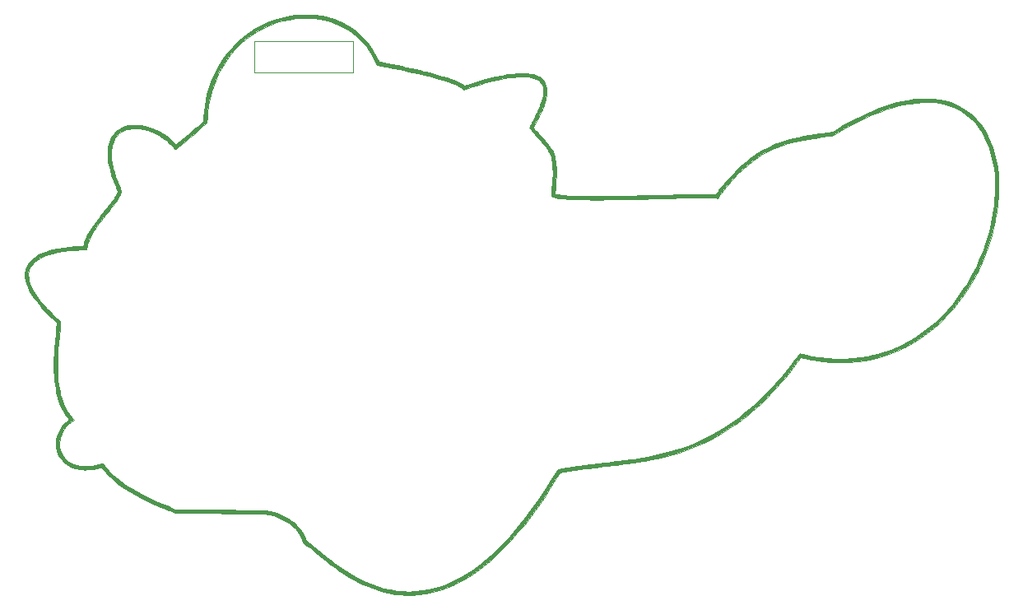
<source format=gbr>
G04 #@! TF.FileFunction,Profile,NP*
%FSLAX46Y46*%
G04 Gerber Fmt 4.6, Leading zero omitted, Abs format (unit mm)*
G04 Created by KiCad (PCBNEW (2015-04-17 BZR 5609)-product) date Friday, 04 September 2015 01:49:06 pm*
%MOMM*%
G01*
G04 APERTURE LIST*
%ADD10C,0.100000*%
G04 APERTURE END LIST*
D10*
X141427200Y-81838800D02*
X131216400Y-81838800D01*
X141427200Y-78638400D02*
X131216400Y-78638400D01*
X141427200Y-81838800D02*
X141427200Y-78638400D01*
X131216400Y-78638400D02*
X131216400Y-81838800D01*
G36*
X207797553Y-93763204D02*
X207771070Y-94537362D01*
X207707832Y-95324685D01*
X207607824Y-96122714D01*
X207471030Y-96928992D01*
X207440671Y-97071008D01*
X207440671Y-93323713D01*
X207435065Y-92978346D01*
X207422174Y-92664615D01*
X207404359Y-92419619D01*
X207316439Y-91668503D01*
X207194633Y-90955227D01*
X207038896Y-90279675D01*
X206849182Y-89641731D01*
X206625444Y-89041278D01*
X206367636Y-88478200D01*
X206075712Y-87952381D01*
X205749626Y-87463704D01*
X205389332Y-87012053D01*
X205163369Y-86765667D01*
X204757618Y-86380858D01*
X204325086Y-86039099D01*
X203866166Y-85740457D01*
X203381253Y-85485003D01*
X202870740Y-85272805D01*
X202335022Y-85103933D01*
X201774494Y-84978456D01*
X201189548Y-84896443D01*
X200580580Y-84857962D01*
X199947983Y-84863084D01*
X199292152Y-84911876D01*
X198613480Y-85004409D01*
X197912362Y-85140751D01*
X197189192Y-85320971D01*
X197086636Y-85349587D01*
X196355777Y-85575186D01*
X195602502Y-85845050D01*
X194828239Y-86158531D01*
X194034416Y-86514979D01*
X193222461Y-86913747D01*
X192393802Y-87354185D01*
X191549868Y-87835644D01*
X191343731Y-87958111D01*
X190860535Y-88247380D01*
X190517405Y-88300853D01*
X190403055Y-88318312D01*
X190248270Y-88341413D01*
X190062969Y-88368703D01*
X189857071Y-88398731D01*
X189640496Y-88430046D01*
X189423162Y-88461196D01*
X189373373Y-88468289D01*
X188789569Y-88554491D01*
X188251780Y-88640809D01*
X187755182Y-88728532D01*
X187294952Y-88818953D01*
X186866269Y-88913361D01*
X186464308Y-89013047D01*
X186084248Y-89119303D01*
X185721265Y-89233419D01*
X185370537Y-89356686D01*
X185027240Y-89490394D01*
X184686552Y-89635834D01*
X184343650Y-89794297D01*
X184250150Y-89839439D01*
X183669213Y-90143405D01*
X183107980Y-90480678D01*
X182561758Y-90854691D01*
X182025853Y-91268875D01*
X181495572Y-91726663D01*
X180966220Y-92231487D01*
X180932132Y-92265609D01*
X180336055Y-92895192D01*
X179767541Y-93558359D01*
X179236557Y-94243312D01*
X179088789Y-94447464D01*
X178885385Y-94733082D01*
X178631131Y-94714138D01*
X178534589Y-94709258D01*
X178392428Y-94705331D01*
X178209870Y-94702335D01*
X177992138Y-94700246D01*
X177744454Y-94699042D01*
X177472040Y-94698701D01*
X177180120Y-94699200D01*
X176873914Y-94700517D01*
X176558647Y-94702629D01*
X176239540Y-94705513D01*
X175921815Y-94709148D01*
X175610695Y-94713510D01*
X175311403Y-94718577D01*
X175029161Y-94724327D01*
X174769190Y-94730736D01*
X174766466Y-94730811D01*
X174486038Y-94738431D01*
X174174199Y-94746841D01*
X173845587Y-94755649D01*
X173514836Y-94764466D01*
X173196581Y-94772900D01*
X172905457Y-94780562D01*
X172745145Y-94784749D01*
X172472186Y-94791873D01*
X172167714Y-94799859D01*
X171846962Y-94808302D01*
X171525161Y-94816802D01*
X171217543Y-94824957D01*
X170939340Y-94832364D01*
X170838238Y-94835067D01*
X169924653Y-94857905D01*
X169061330Y-94876139D01*
X168247890Y-94889760D01*
X167483954Y-94898758D01*
X166769140Y-94903124D01*
X166103068Y-94902849D01*
X165485360Y-94897922D01*
X164915634Y-94888334D01*
X164393511Y-94874076D01*
X163918611Y-94855137D01*
X163490554Y-94831510D01*
X163108959Y-94803183D01*
X162773447Y-94770147D01*
X162483638Y-94732394D01*
X162239151Y-94689912D01*
X162039607Y-94642693D01*
X161939339Y-94611401D01*
X161799499Y-94562440D01*
X161802378Y-94399989D01*
X161805543Y-94321706D01*
X161812556Y-94204437D01*
X161822611Y-94059832D01*
X161834905Y-93899544D01*
X161846963Y-93754454D01*
X161887110Y-93248031D01*
X161915751Y-92787559D01*
X161932612Y-92369392D01*
X161937418Y-91989885D01*
X161929896Y-91645395D01*
X161909772Y-91332275D01*
X161876772Y-91046882D01*
X161830622Y-90785570D01*
X161771048Y-90544695D01*
X161697776Y-90320613D01*
X161610533Y-90109678D01*
X161566062Y-90016916D01*
X161502802Y-89895873D01*
X161434893Y-89778138D01*
X161358662Y-89658947D01*
X161270434Y-89533536D01*
X161166533Y-89397141D01*
X161043287Y-89244998D01*
X160897019Y-89072344D01*
X160724057Y-88874415D01*
X160520724Y-88646446D01*
X160438851Y-88555517D01*
X160216472Y-88308564D01*
X160027397Y-88097551D01*
X159870405Y-87921080D01*
X159744278Y-87777754D01*
X159647796Y-87666176D01*
X159579740Y-87584949D01*
X159538890Y-87532675D01*
X159524028Y-87507958D01*
X159523924Y-87507019D01*
X159535075Y-87480279D01*
X159566755Y-87413648D01*
X159616301Y-87312490D01*
X159681051Y-87182171D01*
X159758343Y-87028055D01*
X159845516Y-86855505D01*
X159918247Y-86712376D01*
X160076679Y-86399143D01*
X160213035Y-86124351D01*
X160330011Y-85882034D01*
X160430305Y-85666225D01*
X160516612Y-85470956D01*
X160591628Y-85290260D01*
X160658051Y-85118171D01*
X160718576Y-84948720D01*
X160729106Y-84917879D01*
X160843865Y-84540866D01*
X160920892Y-84196738D01*
X160960114Y-83884212D01*
X160961458Y-83602003D01*
X160924850Y-83348826D01*
X160850216Y-83123396D01*
X160737484Y-82924429D01*
X160606331Y-82769834D01*
X160431292Y-82622597D01*
X160227062Y-82501129D01*
X159990645Y-82404581D01*
X159719047Y-82332103D01*
X159409271Y-82282845D01*
X159058323Y-82255957D01*
X158773874Y-82249967D01*
X158343943Y-82261839D01*
X157882283Y-82298606D01*
X157387584Y-82360543D01*
X156858536Y-82447924D01*
X156293827Y-82561022D01*
X155692148Y-82700113D01*
X155052188Y-82865470D01*
X154372637Y-83057367D01*
X153652185Y-83276079D01*
X153234472Y-83409048D01*
X152729305Y-83572348D01*
X152602936Y-83443969D01*
X152486903Y-83347571D01*
X152322766Y-83244421D01*
X152112689Y-83135450D01*
X151858835Y-83021591D01*
X151563367Y-82903777D01*
X151228450Y-82782939D01*
X150856245Y-82660010D01*
X150599600Y-82580709D01*
X150175916Y-82457452D01*
X149706622Y-82329073D01*
X149196575Y-82196679D01*
X148650633Y-82061372D01*
X148073654Y-81924257D01*
X147470495Y-81786438D01*
X146846015Y-81649020D01*
X146205072Y-81513107D01*
X145552522Y-81379802D01*
X144893225Y-81250211D01*
X144232037Y-81125437D01*
X144052553Y-81092485D01*
X143823724Y-81050730D01*
X143725132Y-80817407D01*
X143584892Y-80512371D01*
X143415202Y-80187447D01*
X143224467Y-79856698D01*
X143021095Y-79534185D01*
X142813492Y-79233973D01*
X142650902Y-79020420D01*
X142572376Y-78926636D01*
X142468547Y-78808828D01*
X142350148Y-78678850D01*
X142227909Y-78548557D01*
X142159216Y-78477245D01*
X141714306Y-78056205D01*
X141241450Y-77677639D01*
X140740640Y-77341541D01*
X140211868Y-77047909D01*
X139655127Y-76796738D01*
X139070408Y-76588025D01*
X138457703Y-76421766D01*
X137817006Y-76297957D01*
X137530029Y-76257407D01*
X137334132Y-76238248D01*
X137099670Y-76224331D01*
X136838658Y-76215647D01*
X136563110Y-76212189D01*
X136285040Y-76213950D01*
X136016462Y-76220923D01*
X135769391Y-76233100D01*
X135555842Y-76250473D01*
X135484184Y-76258663D01*
X134805771Y-76364108D01*
X134157471Y-76506104D01*
X133531847Y-76686910D01*
X132921464Y-76908786D01*
X132318888Y-77173989D01*
X132075289Y-77294280D01*
X131492729Y-77615024D01*
X130938833Y-77970314D01*
X130408813Y-78363783D01*
X129897882Y-78799064D01*
X129401253Y-79279791D01*
X129248207Y-79439939D01*
X128789662Y-79965262D01*
X128367475Y-80524697D01*
X127982672Y-81115788D01*
X127636280Y-81736077D01*
X127329323Y-82383106D01*
X127062826Y-83054418D01*
X126837817Y-83747555D01*
X126655319Y-84460061D01*
X126516360Y-85189478D01*
X126421964Y-85933347D01*
X126393810Y-86279379D01*
X126383400Y-86432097D01*
X126373033Y-86579999D01*
X126363661Y-86709791D01*
X126356236Y-86808176D01*
X126353763Y-86838904D01*
X126341022Y-86991622D01*
X126145336Y-87166741D01*
X125945319Y-87344614D01*
X125731401Y-87532812D01*
X125506867Y-87728583D01*
X125275004Y-87929178D01*
X125039097Y-88131845D01*
X124802432Y-88333835D01*
X124568294Y-88532396D01*
X124339969Y-88724779D01*
X124120742Y-88908233D01*
X123913900Y-89080007D01*
X123722728Y-89237351D01*
X123550511Y-89377514D01*
X123400535Y-89497747D01*
X123276086Y-89595297D01*
X123180450Y-89667415D01*
X123116911Y-89711351D01*
X123089897Y-89724524D01*
X123063205Y-89705420D01*
X123027039Y-89659394D01*
X123026517Y-89658600D01*
X122984089Y-89604308D01*
X122911857Y-89522899D01*
X122817253Y-89421886D01*
X122707708Y-89308783D01*
X122590654Y-89191103D01*
X122473522Y-89076361D01*
X122363745Y-88972069D01*
X122268754Y-88885741D01*
X122224825Y-88848076D01*
X121858124Y-88567535D01*
X121473771Y-88318784D01*
X121076294Y-88103133D01*
X120670224Y-87921891D01*
X120260088Y-87776369D01*
X119850418Y-87667878D01*
X119445741Y-87597728D01*
X119050587Y-87567229D01*
X118669486Y-87577692D01*
X118306966Y-87630427D01*
X118148957Y-87668891D01*
X117827869Y-87782259D01*
X117538339Y-87935122D01*
X117281764Y-88126031D01*
X117059541Y-88353537D01*
X116873069Y-88616194D01*
X116723745Y-88912553D01*
X116612967Y-89241166D01*
X116606303Y-89266866D01*
X116557713Y-89488604D01*
X116526095Y-89710828D01*
X116510186Y-89947838D01*
X116508723Y-90213935D01*
X116512004Y-90334734D01*
X116541083Y-90747878D01*
X116600468Y-91172679D01*
X116691224Y-91613167D01*
X116814414Y-92073373D01*
X116971103Y-92557327D01*
X117162355Y-93069059D01*
X117359356Y-93543859D01*
X117427579Y-93705283D01*
X117475355Y-93830986D01*
X117504236Y-93931093D01*
X117515773Y-94015729D01*
X117511520Y-94095020D01*
X117493029Y-94179089D01*
X117468756Y-94257408D01*
X117428068Y-94365751D01*
X117373806Y-94484017D01*
X117304012Y-94615054D01*
X117216725Y-94761710D01*
X117109986Y-94926834D01*
X116981837Y-95113273D01*
X116830317Y-95323877D01*
X116653467Y-95561493D01*
X116449328Y-95828970D01*
X116215940Y-96129157D01*
X115951344Y-96464901D01*
X115942702Y-96475806D01*
X115687388Y-96799567D01*
X115462136Y-97088983D01*
X115263956Y-97348352D01*
X115089856Y-97581974D01*
X114936847Y-97794148D01*
X114801938Y-97989171D01*
X114682139Y-98171344D01*
X114574459Y-98344964D01*
X114475907Y-98514331D01*
X114383494Y-98683743D01*
X114316061Y-98814114D01*
X114200612Y-99055170D01*
X114114106Y-99267956D01*
X114053044Y-99463365D01*
X114013932Y-99652287D01*
X113995612Y-99812240D01*
X113980041Y-100014158D01*
X113468649Y-100031630D01*
X112795240Y-100066126D01*
X112160810Y-100122137D01*
X111566353Y-100199433D01*
X111012863Y-100297782D01*
X110501335Y-100416955D01*
X110032764Y-100556722D01*
X109608143Y-100716852D01*
X109228467Y-100897115D01*
X108909331Y-101087457D01*
X108699068Y-101245555D01*
X108505955Y-101424584D01*
X108339306Y-101614557D01*
X108208434Y-101805485D01*
X108165645Y-101885049D01*
X108079640Y-102080665D01*
X108024351Y-102260482D01*
X107994947Y-102445064D01*
X107986587Y-102647054D01*
X108006477Y-102946036D01*
X108066822Y-103254198D01*
X108168635Y-103574229D01*
X108312927Y-103908818D01*
X108500712Y-104260652D01*
X108733001Y-104632419D01*
X108735745Y-104636536D01*
X108903759Y-104880632D01*
X109079958Y-105120422D01*
X109267968Y-105359902D01*
X109471417Y-105603071D01*
X109693933Y-105853926D01*
X109939142Y-106116464D01*
X110210671Y-106394683D01*
X110512148Y-106692579D01*
X110847201Y-107014151D01*
X111159346Y-107307450D01*
X111297083Y-107435822D01*
X111219129Y-108146489D01*
X111141440Y-108895256D01*
X111077912Y-109597972D01*
X111028564Y-110257431D01*
X110993417Y-110876429D01*
X110972491Y-111457760D01*
X110965806Y-112004219D01*
X110973383Y-112518600D01*
X110995242Y-113003698D01*
X111031403Y-113462308D01*
X111081887Y-113897224D01*
X111146714Y-114311241D01*
X111225904Y-114707154D01*
X111268170Y-114888096D01*
X111407512Y-115386335D01*
X111573486Y-115845812D01*
X111769355Y-116272928D01*
X111998378Y-116674081D01*
X112263820Y-117055673D01*
X112549632Y-117402453D01*
X112664581Y-117531933D01*
X112460769Y-117689916D01*
X112144888Y-117962829D01*
X111869290Y-118259703D01*
X111636186Y-118577422D01*
X111447789Y-118912868D01*
X111306313Y-119262923D01*
X111276933Y-119357857D01*
X111231213Y-119563838D01*
X111202379Y-119797310D01*
X111191702Y-120037587D01*
X111200454Y-120263983D01*
X111214274Y-120376730D01*
X111291256Y-120702618D01*
X111412035Y-121004624D01*
X111574549Y-121280833D01*
X111776737Y-121529331D01*
X112016537Y-121748207D01*
X112291886Y-121935545D01*
X112600721Y-122089434D01*
X112940982Y-122207959D01*
X113267703Y-122282002D01*
X113419085Y-122300979D01*
X113606583Y-122313063D01*
X113815929Y-122318246D01*
X114032856Y-122316517D01*
X114243096Y-122307868D01*
X114432382Y-122292289D01*
X114508393Y-122282806D01*
X114656453Y-122260848D01*
X114782417Y-122239488D01*
X114900473Y-122215605D01*
X115024808Y-122186075D01*
X115169609Y-122147777D01*
X115345655Y-122098555D01*
X115497001Y-122057883D01*
X115604773Y-122033986D01*
X115667458Y-122027157D01*
X115683912Y-122033216D01*
X115701186Y-122064931D01*
X115740539Y-122128659D01*
X115795602Y-122214271D01*
X115842807Y-122285892D01*
X116063528Y-122583535D01*
X116333126Y-122887424D01*
X116650159Y-123196494D01*
X117013182Y-123509677D01*
X117420751Y-123825905D01*
X117871422Y-124144113D01*
X118363751Y-124463233D01*
X118896295Y-124782197D01*
X119467609Y-125099940D01*
X120076249Y-125415393D01*
X120081402Y-125417974D01*
X120474041Y-125609708D01*
X120899517Y-125808834D01*
X121343058Y-126008829D01*
X121789892Y-126203169D01*
X122225246Y-126385333D01*
X122634348Y-126548797D01*
X122699544Y-126573996D01*
X123133935Y-126740996D01*
X123957008Y-126756042D01*
X124087439Y-126758237D01*
X124264645Y-126760923D01*
X124484552Y-126764049D01*
X124743088Y-126767565D01*
X125036178Y-126771418D01*
X125359749Y-126775559D01*
X125709728Y-126779936D01*
X126082042Y-126784499D01*
X126472618Y-126789195D01*
X126877381Y-126793974D01*
X127292259Y-126798786D01*
X127713179Y-126803578D01*
X128072673Y-126807599D01*
X128622737Y-126813711D01*
X129124398Y-126819338D01*
X129580099Y-126824547D01*
X129992285Y-126829407D01*
X130363400Y-126833986D01*
X130695889Y-126838350D01*
X130992195Y-126842567D01*
X131254763Y-126846705D01*
X131486036Y-126850833D01*
X131688460Y-126855016D01*
X131864479Y-126859324D01*
X132016536Y-126863823D01*
X132147076Y-126868581D01*
X132258544Y-126873667D01*
X132353383Y-126879147D01*
X132434037Y-126885090D01*
X132502951Y-126891563D01*
X132562570Y-126898633D01*
X132615336Y-126906368D01*
X132663696Y-126914837D01*
X132710092Y-126924106D01*
X132756969Y-126934244D01*
X132772538Y-126937697D01*
X133269169Y-127067012D01*
X133745095Y-127228530D01*
X134196171Y-127419985D01*
X134618255Y-127639113D01*
X135007204Y-127883648D01*
X135358876Y-128151326D01*
X135669126Y-128439880D01*
X135816762Y-128602156D01*
X136010899Y-128847843D01*
X136185662Y-129105811D01*
X136335142Y-129365845D01*
X136453426Y-129617730D01*
X136529904Y-129834499D01*
X136562541Y-129931697D01*
X136597625Y-129993142D01*
X136643992Y-130033530D01*
X136652776Y-130038861D01*
X136707570Y-130072736D01*
X136772663Y-130116877D01*
X136851293Y-130173842D01*
X136946699Y-130246189D01*
X137062119Y-130336475D01*
X137200792Y-130447257D01*
X137365955Y-130581093D01*
X137560846Y-130740541D01*
X137788705Y-130928157D01*
X138001301Y-131103890D01*
X138287741Y-131340150D01*
X138541980Y-131547945D01*
X138770215Y-131732152D01*
X138978639Y-131897646D01*
X139173449Y-132049304D01*
X139360840Y-132192001D01*
X139547006Y-132330614D01*
X139723992Y-132459786D01*
X140430660Y-132949508D01*
X141129223Y-133389820D01*
X141821028Y-133781276D01*
X142507423Y-134124430D01*
X143189756Y-134419836D01*
X143869373Y-134668048D01*
X144547622Y-134869622D01*
X145225850Y-135025111D01*
X145905405Y-135135069D01*
X146340841Y-135181736D01*
X146522714Y-135193521D01*
X146740884Y-135201508D01*
X146980937Y-135205676D01*
X147228460Y-135206006D01*
X147469039Y-135202478D01*
X147688261Y-135195074D01*
X147871338Y-135183803D01*
X148541339Y-135107566D01*
X149203302Y-134989429D01*
X149858865Y-134828617D01*
X150509666Y-134624359D01*
X151157343Y-134375882D01*
X151803534Y-134082411D01*
X152449877Y-133743175D01*
X153098011Y-133357400D01*
X153749574Y-132924314D01*
X154406204Y-132443142D01*
X155069540Y-131913113D01*
X155405005Y-131628870D01*
X155535877Y-131512449D01*
X155695560Y-131364755D01*
X155878147Y-131191673D01*
X156077730Y-130999084D01*
X156288402Y-130792871D01*
X156504256Y-130578917D01*
X156719385Y-130363104D01*
X156927882Y-130151315D01*
X157123839Y-129949433D01*
X157301349Y-129763340D01*
X157454506Y-129598919D01*
X157552916Y-129489889D01*
X158283233Y-128636934D01*
X159007323Y-127735083D01*
X159723955Y-126786046D01*
X160431903Y-125791529D01*
X161129939Y-124753244D01*
X161816834Y-123672897D01*
X162271944Y-122923476D01*
X162337184Y-122818067D01*
X162396467Y-122729572D01*
X162443526Y-122666865D01*
X162472095Y-122638822D01*
X162473252Y-122638382D01*
X162523493Y-122626641D01*
X162616325Y-122608173D01*
X162744131Y-122584298D01*
X162899293Y-122556337D01*
X163074192Y-122525609D01*
X163261211Y-122493433D01*
X163452730Y-122461130D01*
X163641132Y-122430018D01*
X163818799Y-122401418D01*
X163978112Y-122376649D01*
X164024224Y-122369711D01*
X164206301Y-122342716D01*
X164375502Y-122317985D01*
X164536907Y-122294874D01*
X164695595Y-122272740D01*
X164856645Y-122250941D01*
X165025137Y-122228834D01*
X165206151Y-122205776D01*
X165404766Y-122181125D01*
X165626060Y-122154237D01*
X165875115Y-122124471D01*
X166157009Y-122091182D01*
X166476821Y-122053729D01*
X166839632Y-122011469D01*
X167031179Y-121989214D01*
X167546337Y-121929127D01*
X168015064Y-121873829D01*
X168441500Y-121822746D01*
X168829781Y-121775303D01*
X169184045Y-121730927D01*
X169508431Y-121689043D01*
X169807074Y-121649077D01*
X170084114Y-121610454D01*
X170343687Y-121572600D01*
X170589931Y-121534941D01*
X170826985Y-121496902D01*
X171058984Y-121457910D01*
X171290068Y-121417390D01*
X171524373Y-121374767D01*
X171715415Y-121339053D01*
X172733521Y-121128419D01*
X173712570Y-120888011D01*
X174655655Y-120616508D01*
X175565864Y-120312588D01*
X176446286Y-119974931D01*
X177300013Y-119602217D01*
X178130133Y-119193125D01*
X178939737Y-118746333D01*
X179731913Y-118260521D01*
X180509752Y-117734369D01*
X181021121Y-117361101D01*
X181806298Y-116743798D01*
X182583589Y-116078309D01*
X183350735Y-115366986D01*
X184105478Y-114612182D01*
X184845556Y-113816249D01*
X185568713Y-112981539D01*
X186272688Y-112110405D01*
X186955222Y-111205200D01*
X187024237Y-111110091D01*
X187113636Y-110988975D01*
X187194940Y-110883552D01*
X187262845Y-110800326D01*
X187312047Y-110745802D01*
X187337063Y-110726482D01*
X187373442Y-110731942D01*
X187449558Y-110747347D01*
X187555741Y-110770611D01*
X187682321Y-110799650D01*
X187743870Y-110814168D01*
X188582461Y-110991297D01*
X189425393Y-111125331D01*
X190268520Y-111216170D01*
X191107694Y-111263715D01*
X191938767Y-111267865D01*
X192757594Y-111228522D01*
X193560026Y-111145586D01*
X194341915Y-111018956D01*
X194547447Y-110977581D01*
X195367540Y-110779705D01*
X196170869Y-110534183D01*
X196956537Y-110241682D01*
X197723649Y-109902867D01*
X198471309Y-109518406D01*
X199198620Y-109088963D01*
X199904686Y-108615204D01*
X200588612Y-108097797D01*
X201249500Y-107537407D01*
X201886455Y-106934700D01*
X202498581Y-106290342D01*
X203084982Y-105605000D01*
X203644761Y-104879339D01*
X204177022Y-104114025D01*
X204532209Y-103555955D01*
X205013318Y-102725472D01*
X205455700Y-101866911D01*
X205857865Y-100984550D01*
X206218324Y-100082670D01*
X206535586Y-99165548D01*
X206808162Y-98237465D01*
X207034563Y-97302698D01*
X207213297Y-96365527D01*
X207333898Y-95508808D01*
X207367285Y-95180426D01*
X207394736Y-94824592D01*
X207416024Y-94451157D01*
X207430926Y-94069967D01*
X207439216Y-93690869D01*
X207440671Y-93323713D01*
X207440671Y-97071008D01*
X207297434Y-97741059D01*
X207087021Y-98556458D01*
X206839774Y-99372730D01*
X206760022Y-99612681D01*
X206427286Y-100524356D01*
X206055891Y-101412608D01*
X205647191Y-102275612D01*
X205202542Y-103111545D01*
X204723299Y-103918583D01*
X204210817Y-104694902D01*
X203666450Y-105438679D01*
X203091554Y-106148089D01*
X202487484Y-106821310D01*
X201855595Y-107456516D01*
X201197242Y-108051885D01*
X200513780Y-108605592D01*
X199806563Y-109115814D01*
X199594394Y-109257234D01*
X198857355Y-109709855D01*
X198102887Y-110114792D01*
X197331537Y-110471931D01*
X196543850Y-110781157D01*
X195740371Y-111042355D01*
X194921646Y-111255409D01*
X194088221Y-111420205D01*
X193240642Y-111536628D01*
X192379453Y-111604562D01*
X191505201Y-111623894D01*
X190618431Y-111594507D01*
X189719689Y-111516286D01*
X189195395Y-111448821D01*
X189055702Y-111427377D01*
X188887709Y-111399407D01*
X188700012Y-111366549D01*
X188501206Y-111330441D01*
X188299888Y-111292719D01*
X188104653Y-111255024D01*
X187924098Y-111218991D01*
X187766819Y-111186260D01*
X187641411Y-111158468D01*
X187556470Y-111137253D01*
X187549056Y-111135124D01*
X187466381Y-111110832D01*
X187064376Y-111649360D01*
X186625736Y-112227142D01*
X186199310Y-112767915D01*
X185776851Y-113281219D01*
X185350110Y-113776595D01*
X184910837Y-114263587D01*
X184450784Y-114751735D01*
X183961703Y-115250580D01*
X183884040Y-115328203D01*
X183377850Y-115822820D01*
X182888875Y-116279445D01*
X182409549Y-116704489D01*
X181932306Y-117104364D01*
X181449579Y-117485480D01*
X180953802Y-117854250D01*
X180639740Y-118077270D01*
X179871526Y-118590830D01*
X179092506Y-119065637D01*
X178299245Y-119503060D01*
X177488305Y-119904468D01*
X176656249Y-120271229D01*
X175799639Y-120604711D01*
X174915039Y-120906283D01*
X173999012Y-121177313D01*
X173048120Y-121419170D01*
X172058927Y-121633222D01*
X171395713Y-121757752D01*
X171125884Y-121804612D01*
X170854470Y-121849739D01*
X170576862Y-121893756D01*
X170288452Y-121937287D01*
X169984632Y-121980956D01*
X169660791Y-122025385D01*
X169312323Y-122071199D01*
X168934618Y-122119020D01*
X168523067Y-122169472D01*
X168073061Y-122223179D01*
X167579993Y-122280764D01*
X167240541Y-122319846D01*
X166787186Y-122372061D01*
X166379255Y-122419648D01*
X166011594Y-122463249D01*
X165679051Y-122503507D01*
X165376471Y-122541066D01*
X165098703Y-122576567D01*
X164840592Y-122610655D01*
X164596985Y-122643971D01*
X164362729Y-122677160D01*
X164278478Y-122689377D01*
X164122791Y-122712650D01*
X163948736Y-122739620D01*
X163763030Y-122769152D01*
X163572391Y-122800111D01*
X163383536Y-122831362D01*
X163203182Y-122861771D01*
X163038047Y-122890202D01*
X162894848Y-122915521D01*
X162780302Y-122936592D01*
X162701127Y-122952281D01*
X162664040Y-122961453D01*
X162662219Y-122962455D01*
X162648218Y-122984872D01*
X162611510Y-123044728D01*
X162555775Y-123135991D01*
X162484694Y-123252632D01*
X162401945Y-123388619D01*
X162340631Y-123489489D01*
X161673893Y-124559463D01*
X161003160Y-125581350D01*
X160328653Y-126554889D01*
X159650590Y-127479820D01*
X158969191Y-128355883D01*
X158284673Y-129182819D01*
X157597256Y-129960366D01*
X156907158Y-130688266D01*
X156214599Y-131366258D01*
X155519798Y-131994081D01*
X154822973Y-132571477D01*
X154461384Y-132850587D01*
X153771079Y-133343840D01*
X153076110Y-133788236D01*
X152377048Y-134183585D01*
X151674459Y-134529699D01*
X150968912Y-134826389D01*
X150260976Y-135073468D01*
X149551219Y-135270745D01*
X148840209Y-135418032D01*
X148128515Y-135515141D01*
X147416704Y-135561884D01*
X146705345Y-135558070D01*
X146366266Y-135538381D01*
X145683170Y-135462659D01*
X144991976Y-135337980D01*
X144295028Y-135165154D01*
X143594668Y-134944991D01*
X142893238Y-134678301D01*
X142193083Y-134365895D01*
X141496543Y-134008583D01*
X140836236Y-133625781D01*
X140517756Y-133427069D01*
X140208807Y-133226810D01*
X139904029Y-133021043D01*
X139598063Y-132805802D01*
X139285548Y-132577123D01*
X138961124Y-132331043D01*
X138619433Y-132063599D01*
X138255113Y-131770824D01*
X137862806Y-131448757D01*
X137625102Y-131250961D01*
X137332798Y-131008489D01*
X137076647Y-130799802D01*
X136856852Y-130625059D01*
X136673615Y-130484417D01*
X136527138Y-130378032D01*
X136417623Y-130306062D01*
X136387105Y-130288510D01*
X136310480Y-130241818D01*
X136268243Y-130198860D01*
X136247357Y-130145026D01*
X136243929Y-130128079D01*
X136188420Y-129917545D01*
X136097067Y-129686886D01*
X135975263Y-129445729D01*
X135828404Y-129203702D01*
X135661882Y-128970431D01*
X135481094Y-128755543D01*
X135465317Y-128738514D01*
X135176663Y-128462665D01*
X134844785Y-128205142D01*
X134474866Y-127968689D01*
X134072086Y-127756049D01*
X133641627Y-127569965D01*
X133188671Y-127413183D01*
X132733301Y-127291829D01*
X132678618Y-127279562D01*
X132625774Y-127268544D01*
X132571762Y-127258673D01*
X132513576Y-127249845D01*
X132448208Y-127241958D01*
X132372653Y-127234908D01*
X132283903Y-127228594D01*
X132178952Y-127222910D01*
X132054793Y-127217756D01*
X131908419Y-127213028D01*
X131736824Y-127208623D01*
X131537002Y-127204437D01*
X131305945Y-127200369D01*
X131040646Y-127196315D01*
X130738100Y-127192172D01*
X130395299Y-127187838D01*
X130009237Y-127183209D01*
X129576907Y-127178182D01*
X129331231Y-127175359D01*
X128933645Y-127170759D01*
X128501812Y-127165692D01*
X128045540Y-127160276D01*
X127574637Y-127154630D01*
X127098909Y-127148874D01*
X126628166Y-127143126D01*
X126172215Y-127137506D01*
X125740864Y-127132132D01*
X125343920Y-127127123D01*
X125099945Y-127124004D01*
X123080670Y-127098019D01*
X122735380Y-126967960D01*
X122481379Y-126869856D01*
X122194781Y-126754989D01*
X121888704Y-126628867D01*
X121576263Y-126496997D01*
X121270578Y-126364888D01*
X120984765Y-126238047D01*
X120839139Y-126171766D01*
X120125572Y-125833031D01*
X119460052Y-125495246D01*
X118839838Y-125156823D01*
X118262192Y-124816173D01*
X117724371Y-124471709D01*
X117223637Y-124121843D01*
X116957285Y-123922106D01*
X116811449Y-123804001D01*
X116647367Y-123661218D01*
X116472712Y-123501302D01*
X116295156Y-123331799D01*
X116122370Y-123160254D01*
X115962026Y-122994212D01*
X115821797Y-122841218D01*
X115709353Y-122708818D01*
X115664290Y-122650450D01*
X115596294Y-122561772D01*
X115537115Y-122491397D01*
X115494188Y-122447776D01*
X115477093Y-122437705D01*
X115441858Y-122445110D01*
X115369219Y-122462403D01*
X115270994Y-122486723D01*
X115194695Y-122506050D01*
X114950620Y-122564497D01*
X114731193Y-122607340D01*
X114517755Y-122637169D01*
X114291650Y-122656576D01*
X114034219Y-122668150D01*
X114025125Y-122668424D01*
X113820813Y-122672733D01*
X113653061Y-122671781D01*
X113507796Y-122665019D01*
X113370947Y-122651900D01*
X113276937Y-122639277D01*
X112890715Y-122560289D01*
X112530559Y-122442219D01*
X112198724Y-122287486D01*
X111897467Y-122098509D01*
X111629041Y-121877707D01*
X111395702Y-121627499D01*
X111199705Y-121350304D01*
X111043305Y-121048541D01*
X110928756Y-120724630D01*
X110858314Y-120380988D01*
X110834234Y-120020036D01*
X110834234Y-120018918D01*
X110859330Y-119641165D01*
X110934324Y-119271601D01*
X111058775Y-118911214D01*
X111232244Y-118560991D01*
X111454290Y-118221919D01*
X111724474Y-117894987D01*
X111831483Y-117782438D01*
X111930469Y-117681465D01*
X112015650Y-117593747D01*
X112081174Y-117525378D01*
X112121185Y-117482455D01*
X112130931Y-117470617D01*
X112116078Y-117448709D01*
X112076846Y-117397897D01*
X112021230Y-117328493D01*
X112011961Y-117317108D01*
X111781798Y-117003351D01*
X111566600Y-116646669D01*
X111369236Y-116253529D01*
X111192574Y-115830399D01*
X111039485Y-115383744D01*
X110912839Y-114920032D01*
X110875496Y-114755855D01*
X110794963Y-114341060D01*
X110729118Y-113909619D01*
X110677952Y-113458550D01*
X110641456Y-112984872D01*
X110619621Y-112485604D01*
X110612437Y-111957763D01*
X110619896Y-111398368D01*
X110641987Y-110804438D01*
X110678703Y-110172992D01*
X110730034Y-109501047D01*
X110795971Y-108785622D01*
X110855435Y-108214748D01*
X110925359Y-107572339D01*
X110479346Y-107154286D01*
X110115371Y-106803297D01*
X109764257Y-106445399D01*
X109432078Y-106087331D01*
X109124904Y-105735833D01*
X108848808Y-105397642D01*
X108609861Y-105079498D01*
X108609791Y-105079399D01*
X108396901Y-104770071D01*
X108217659Y-104484099D01*
X108066952Y-104211919D01*
X107939669Y-103943969D01*
X107830701Y-103670685D01*
X107781977Y-103530530D01*
X107684457Y-103169684D01*
X107635864Y-102822395D01*
X107635903Y-102489516D01*
X107684279Y-102171899D01*
X107780696Y-101870397D01*
X107924859Y-101585864D01*
X108116473Y-101319151D01*
X108355242Y-101071112D01*
X108640871Y-100842598D01*
X108735081Y-100778355D01*
X109095212Y-100567382D01*
X109500827Y-100378160D01*
X109951387Y-100210823D01*
X110446350Y-100065506D01*
X110985174Y-99942342D01*
X111567318Y-99841464D01*
X112192240Y-99763008D01*
X112859400Y-99707105D01*
X113133199Y-99691330D01*
X113287669Y-99683224D01*
X113423545Y-99675540D01*
X113533132Y-99668760D01*
X113608735Y-99663365D01*
X113642657Y-99659835D01*
X113643748Y-99659427D01*
X113650702Y-99633280D01*
X113664701Y-99571550D01*
X113679955Y-99500600D01*
X113725662Y-99315487D01*
X113786700Y-99124962D01*
X113864768Y-98926278D01*
X113961567Y-98716689D01*
X114078796Y-98493448D01*
X114218156Y-98253809D01*
X114381348Y-97995026D01*
X114570070Y-97714352D01*
X114786025Y-97409041D01*
X115030910Y-97076346D01*
X115306428Y-96713522D01*
X115614277Y-96317821D01*
X115781237Y-96106306D01*
X116003386Y-95825183D01*
X116195976Y-95579355D01*
X116361828Y-95364906D01*
X116503759Y-95177922D01*
X116624592Y-95014487D01*
X116727144Y-94870686D01*
X116814236Y-94742604D01*
X116888687Y-94626325D01*
X116953317Y-94517934D01*
X117010947Y-94413517D01*
X117038636Y-94360364D01*
X117090814Y-94256867D01*
X117127209Y-94173980D01*
X117147235Y-94101869D01*
X117150306Y-94030701D01*
X117135838Y-93950643D01*
X117103245Y-93851861D01*
X117051943Y-93724522D01*
X116992477Y-93584826D01*
X116748818Y-92979005D01*
X116546367Y-92396088D01*
X116383679Y-91831291D01*
X116259310Y-91279829D01*
X116207129Y-90983083D01*
X116186957Y-90818466D01*
X116172382Y-90622652D01*
X116163410Y-90407068D01*
X116160049Y-90183142D01*
X116162304Y-89962301D01*
X116170182Y-89755974D01*
X116183689Y-89575587D01*
X116202832Y-89432569D01*
X116206243Y-89414786D01*
X116305121Y-89029597D01*
X116438743Y-88681432D01*
X116607350Y-88369959D01*
X116811183Y-88094848D01*
X117050485Y-87855767D01*
X117325498Y-87652383D01*
X117602521Y-87500164D01*
X117951072Y-87362931D01*
X118323123Y-87269701D01*
X118716555Y-87220554D01*
X119129251Y-87215566D01*
X119559094Y-87254815D01*
X120003965Y-87338378D01*
X120254354Y-87403274D01*
X120721698Y-87560369D01*
X121185784Y-87763778D01*
X121639368Y-88009123D01*
X122075204Y-88292023D01*
X122486047Y-88608100D01*
X122864652Y-88952973D01*
X122933734Y-89022823D01*
X123036459Y-89124354D01*
X123113048Y-89190976D01*
X123161269Y-89220861D01*
X123175276Y-89220706D01*
X123269485Y-89147684D01*
X123396992Y-89045663D01*
X123552671Y-88918947D01*
X123731396Y-88771845D01*
X123928040Y-88608664D01*
X124137478Y-88433712D01*
X124354584Y-88251294D01*
X124574231Y-88065718D01*
X124791294Y-87881293D01*
X125000647Y-87702323D01*
X125197162Y-87533118D01*
X125375716Y-87377983D01*
X125531180Y-87241227D01*
X125532715Y-87239866D01*
X126005671Y-86820304D01*
X126022442Y-86488930D01*
X126066968Y-85912739D01*
X126141862Y-85318439D01*
X126244486Y-84720243D01*
X126372207Y-84132364D01*
X126522389Y-83569015D01*
X126624714Y-83241041D01*
X126876213Y-82550381D01*
X127162735Y-81893466D01*
X127487481Y-81264376D01*
X127853654Y-80657193D01*
X128264454Y-80065996D01*
X128525754Y-79726432D01*
X128666735Y-79557944D01*
X128838495Y-79366124D01*
X129032337Y-79159695D01*
X129239566Y-78947380D01*
X129451484Y-78737904D01*
X129659397Y-78539990D01*
X129854608Y-78362361D01*
X130028421Y-78213741D01*
X130055856Y-78191474D01*
X130654158Y-77741575D01*
X131271230Y-77338909D01*
X131906963Y-76983523D01*
X132561247Y-76675462D01*
X133233974Y-76414773D01*
X133925035Y-76201501D01*
X134634320Y-76035692D01*
X135361721Y-75917392D01*
X135484184Y-75902359D01*
X135708182Y-75881820D01*
X135968801Y-75867393D01*
X136253136Y-75859076D01*
X136548282Y-75856865D01*
X136841332Y-75860757D01*
X137119380Y-75870747D01*
X137369521Y-75886834D01*
X137530931Y-75902884D01*
X138191270Y-76005723D01*
X138828161Y-76152622D01*
X139440389Y-76342722D01*
X140026738Y-76575163D01*
X140585992Y-76849086D01*
X141116936Y-77163633D01*
X141618354Y-77517943D01*
X142089031Y-77911158D01*
X142527750Y-78342418D01*
X142933297Y-78810864D01*
X143304455Y-79315637D01*
X143640009Y-79855878D01*
X143938743Y-80430727D01*
X143939673Y-80432695D01*
X143999068Y-80557401D01*
X144042612Y-80643699D01*
X144076013Y-80699236D01*
X144104981Y-80731659D01*
X144135223Y-80748614D01*
X144172447Y-80757748D01*
X144183826Y-80759760D01*
X144555787Y-80826346D01*
X144968241Y-80904029D01*
X145412502Y-80990968D01*
X145879884Y-81085324D01*
X146361701Y-81185260D01*
X146849268Y-81288936D01*
X147333900Y-81394514D01*
X147806910Y-81500154D01*
X148259612Y-81604017D01*
X148683321Y-81704266D01*
X148935380Y-81765706D01*
X149524535Y-81915162D01*
X150069048Y-82061428D01*
X150568250Y-82204272D01*
X151021472Y-82343462D01*
X151428043Y-82478766D01*
X151787294Y-82609953D01*
X152098555Y-82736792D01*
X152361157Y-82859050D01*
X152574429Y-82976496D01*
X152718951Y-83074291D01*
X152839290Y-83166148D01*
X153187763Y-83052666D01*
X153965238Y-82807967D01*
X154706051Y-82592139D01*
X155409769Y-82405247D01*
X156075958Y-82247358D01*
X156704184Y-82118537D01*
X157294014Y-82018853D01*
X157845014Y-81948369D01*
X158356750Y-81907154D01*
X158828789Y-81895272D01*
X159260697Y-81912791D01*
X159652039Y-81959776D01*
X159944359Y-82020847D01*
X160127847Y-82079187D01*
X160322302Y-82160510D01*
X160510889Y-82256526D01*
X160676773Y-82358945D01*
X160763431Y-82424177D01*
X160854563Y-82510283D01*
X160950795Y-82617299D01*
X161031506Y-82722269D01*
X161032472Y-82723681D01*
X161163336Y-82956336D01*
X161254046Y-83213229D01*
X161304625Y-83495501D01*
X161315093Y-83804295D01*
X161285469Y-84140753D01*
X161215775Y-84506018D01*
X161106032Y-84901233D01*
X161073633Y-85000980D01*
X161005679Y-85196494D01*
X160931512Y-85392522D01*
X160848135Y-85595785D01*
X160752546Y-85812998D01*
X160641748Y-86050881D01*
X160512741Y-86316151D01*
X160362525Y-86615527D01*
X160284852Y-86767765D01*
X159930355Y-87459555D01*
X160153015Y-87710251D01*
X160236847Y-87804307D01*
X160346210Y-87926511D01*
X160472521Y-88067301D01*
X160607198Y-88217114D01*
X160741657Y-88366388D01*
X160791733Y-88421895D01*
X161026803Y-88685625D01*
X161228456Y-88919563D01*
X161400355Y-89128714D01*
X161546163Y-89318083D01*
X161669543Y-89492675D01*
X161774157Y-89657497D01*
X161863669Y-89817553D01*
X161941741Y-89977849D01*
X161959602Y-90017866D01*
X162047992Y-90242676D01*
X162122278Y-90484083D01*
X162182646Y-90745349D01*
X162229280Y-91029736D01*
X162262368Y-91340505D01*
X162282095Y-91680918D01*
X162288646Y-92054237D01*
X162282208Y-92463724D01*
X162262967Y-92912640D01*
X162231109Y-93404248D01*
X162186819Y-93941810D01*
X162184622Y-93966187D01*
X162174575Y-94091663D01*
X162168534Y-94197790D01*
X162166865Y-94274919D01*
X162169932Y-94313404D01*
X162171398Y-94315810D01*
X162214691Y-94329844D01*
X162300524Y-94347336D01*
X162420793Y-94367188D01*
X162567392Y-94388305D01*
X162732215Y-94409589D01*
X162907157Y-94429945D01*
X163084112Y-94448275D01*
X163254975Y-94463483D01*
X163274486Y-94465031D01*
X163517580Y-94482709D01*
X163770880Y-94498411D01*
X164036546Y-94512132D01*
X164316740Y-94523867D01*
X164613623Y-94533609D01*
X164929356Y-94541352D01*
X165266100Y-94547093D01*
X165626016Y-94550823D01*
X166011266Y-94552539D01*
X166424010Y-94552235D01*
X166866409Y-94549904D01*
X167340625Y-94545542D01*
X167848819Y-94539142D01*
X168393152Y-94530699D01*
X168975785Y-94520208D01*
X169598880Y-94507662D01*
X170264596Y-94493057D01*
X170975096Y-94476386D01*
X171732540Y-94457644D01*
X172363764Y-94441416D01*
X172978706Y-94425447D01*
X173545203Y-94410899D01*
X174065639Y-94397728D01*
X174542398Y-94385890D01*
X174977864Y-94375341D01*
X175374422Y-94366037D01*
X175734455Y-94357932D01*
X176060349Y-94350984D01*
X176354487Y-94345147D01*
X176619253Y-94340378D01*
X176857032Y-94336633D01*
X177070208Y-94333866D01*
X177261165Y-94332034D01*
X177432288Y-94331093D01*
X177585961Y-94330999D01*
X177724567Y-94331706D01*
X177850492Y-94333172D01*
X177966120Y-94335352D01*
X178016267Y-94336575D01*
X178191171Y-94341349D01*
X178349649Y-94346051D01*
X178484472Y-94350435D01*
X178588415Y-94354257D01*
X178654252Y-94357272D01*
X178674365Y-94358875D01*
X178697201Y-94341252D01*
X178745285Y-94288712D01*
X178813638Y-94207232D01*
X178897280Y-94102788D01*
X178991230Y-93981353D01*
X179013950Y-93951415D01*
X179553181Y-93266615D01*
X180098102Y-92631370D01*
X180649984Y-92044576D01*
X181210097Y-91505130D01*
X181779713Y-91011928D01*
X182360104Y-90563867D01*
X182952540Y-90159843D01*
X183558293Y-89798752D01*
X184148448Y-89493904D01*
X184553192Y-89308019D01*
X184960838Y-89137684D01*
X185376399Y-88981562D01*
X185804889Y-88838316D01*
X186251321Y-88706609D01*
X186720706Y-88585104D01*
X187218058Y-88472465D01*
X187748389Y-88367355D01*
X188316713Y-88268436D01*
X188928042Y-88174372D01*
X189284384Y-88124227D01*
X189434924Y-88103278D01*
X189619511Y-88076980D01*
X189821926Y-88047681D01*
X190025951Y-88017725D01*
X190199700Y-87991819D01*
X190733634Y-87911489D01*
X191166905Y-87651508D01*
X191801191Y-87281274D01*
X192446312Y-86924718D01*
X193094501Y-86585680D01*
X193737991Y-86268000D01*
X194369015Y-85975519D01*
X194979804Y-85712078D01*
X195534055Y-85492273D01*
X196301898Y-85220487D01*
X197050750Y-84992510D01*
X197780031Y-84808197D01*
X198489163Y-84667399D01*
X199177567Y-84569968D01*
X199844664Y-84515756D01*
X200489874Y-84504617D01*
X201112621Y-84536401D01*
X201712323Y-84610962D01*
X202288403Y-84728152D01*
X202840282Y-84887823D01*
X203367381Y-85089827D01*
X203869122Y-85334017D01*
X204344924Y-85620244D01*
X204794210Y-85948361D01*
X205216401Y-86318221D01*
X205610917Y-86729676D01*
X205977181Y-87182577D01*
X206314612Y-87676778D01*
X206622633Y-88212130D01*
X206688128Y-88338838D01*
X206955119Y-88919187D01*
X207185480Y-89532365D01*
X207379196Y-90175915D01*
X207536251Y-90847378D01*
X207656631Y-91544297D01*
X207740318Y-92264213D01*
X207787297Y-93004668D01*
X207797553Y-93763204D01*
X207797553Y-93763204D01*
X207797553Y-93763204D01*
G37*
X207797553Y-93763204D02*
X207771070Y-94537362D01*
X207707832Y-95324685D01*
X207607824Y-96122714D01*
X207471030Y-96928992D01*
X207440671Y-97071008D01*
X207440671Y-93323713D01*
X207435065Y-92978346D01*
X207422174Y-92664615D01*
X207404359Y-92419619D01*
X207316439Y-91668503D01*
X207194633Y-90955227D01*
X207038896Y-90279675D01*
X206849182Y-89641731D01*
X206625444Y-89041278D01*
X206367636Y-88478200D01*
X206075712Y-87952381D01*
X205749626Y-87463704D01*
X205389332Y-87012053D01*
X205163369Y-86765667D01*
X204757618Y-86380858D01*
X204325086Y-86039099D01*
X203866166Y-85740457D01*
X203381253Y-85485003D01*
X202870740Y-85272805D01*
X202335022Y-85103933D01*
X201774494Y-84978456D01*
X201189548Y-84896443D01*
X200580580Y-84857962D01*
X199947983Y-84863084D01*
X199292152Y-84911876D01*
X198613480Y-85004409D01*
X197912362Y-85140751D01*
X197189192Y-85320971D01*
X197086636Y-85349587D01*
X196355777Y-85575186D01*
X195602502Y-85845050D01*
X194828239Y-86158531D01*
X194034416Y-86514979D01*
X193222461Y-86913747D01*
X192393802Y-87354185D01*
X191549868Y-87835644D01*
X191343731Y-87958111D01*
X190860535Y-88247380D01*
X190517405Y-88300853D01*
X190403055Y-88318312D01*
X190248270Y-88341413D01*
X190062969Y-88368703D01*
X189857071Y-88398731D01*
X189640496Y-88430046D01*
X189423162Y-88461196D01*
X189373373Y-88468289D01*
X188789569Y-88554491D01*
X188251780Y-88640809D01*
X187755182Y-88728532D01*
X187294952Y-88818953D01*
X186866269Y-88913361D01*
X186464308Y-89013047D01*
X186084248Y-89119303D01*
X185721265Y-89233419D01*
X185370537Y-89356686D01*
X185027240Y-89490394D01*
X184686552Y-89635834D01*
X184343650Y-89794297D01*
X184250150Y-89839439D01*
X183669213Y-90143405D01*
X183107980Y-90480678D01*
X182561758Y-90854691D01*
X182025853Y-91268875D01*
X181495572Y-91726663D01*
X180966220Y-92231487D01*
X180932132Y-92265609D01*
X180336055Y-92895192D01*
X179767541Y-93558359D01*
X179236557Y-94243312D01*
X179088789Y-94447464D01*
X178885385Y-94733082D01*
X178631131Y-94714138D01*
X178534589Y-94709258D01*
X178392428Y-94705331D01*
X178209870Y-94702335D01*
X177992138Y-94700246D01*
X177744454Y-94699042D01*
X177472040Y-94698701D01*
X177180120Y-94699200D01*
X176873914Y-94700517D01*
X176558647Y-94702629D01*
X176239540Y-94705513D01*
X175921815Y-94709148D01*
X175610695Y-94713510D01*
X175311403Y-94718577D01*
X175029161Y-94724327D01*
X174769190Y-94730736D01*
X174766466Y-94730811D01*
X174486038Y-94738431D01*
X174174199Y-94746841D01*
X173845587Y-94755649D01*
X173514836Y-94764466D01*
X173196581Y-94772900D01*
X172905457Y-94780562D01*
X172745145Y-94784749D01*
X172472186Y-94791873D01*
X172167714Y-94799859D01*
X171846962Y-94808302D01*
X171525161Y-94816802D01*
X171217543Y-94824957D01*
X170939340Y-94832364D01*
X170838238Y-94835067D01*
X169924653Y-94857905D01*
X169061330Y-94876139D01*
X168247890Y-94889760D01*
X167483954Y-94898758D01*
X166769140Y-94903124D01*
X166103068Y-94902849D01*
X165485360Y-94897922D01*
X164915634Y-94888334D01*
X164393511Y-94874076D01*
X163918611Y-94855137D01*
X163490554Y-94831510D01*
X163108959Y-94803183D01*
X162773447Y-94770147D01*
X162483638Y-94732394D01*
X162239151Y-94689912D01*
X162039607Y-94642693D01*
X161939339Y-94611401D01*
X161799499Y-94562440D01*
X161802378Y-94399989D01*
X161805543Y-94321706D01*
X161812556Y-94204437D01*
X161822611Y-94059832D01*
X161834905Y-93899544D01*
X161846963Y-93754454D01*
X161887110Y-93248031D01*
X161915751Y-92787559D01*
X161932612Y-92369392D01*
X161937418Y-91989885D01*
X161929896Y-91645395D01*
X161909772Y-91332275D01*
X161876772Y-91046882D01*
X161830622Y-90785570D01*
X161771048Y-90544695D01*
X161697776Y-90320613D01*
X161610533Y-90109678D01*
X161566062Y-90016916D01*
X161502802Y-89895873D01*
X161434893Y-89778138D01*
X161358662Y-89658947D01*
X161270434Y-89533536D01*
X161166533Y-89397141D01*
X161043287Y-89244998D01*
X160897019Y-89072344D01*
X160724057Y-88874415D01*
X160520724Y-88646446D01*
X160438851Y-88555517D01*
X160216472Y-88308564D01*
X160027397Y-88097551D01*
X159870405Y-87921080D01*
X159744278Y-87777754D01*
X159647796Y-87666176D01*
X159579740Y-87584949D01*
X159538890Y-87532675D01*
X159524028Y-87507958D01*
X159523924Y-87507019D01*
X159535075Y-87480279D01*
X159566755Y-87413648D01*
X159616301Y-87312490D01*
X159681051Y-87182171D01*
X159758343Y-87028055D01*
X159845516Y-86855505D01*
X159918247Y-86712376D01*
X160076679Y-86399143D01*
X160213035Y-86124351D01*
X160330011Y-85882034D01*
X160430305Y-85666225D01*
X160516612Y-85470956D01*
X160591628Y-85290260D01*
X160658051Y-85118171D01*
X160718576Y-84948720D01*
X160729106Y-84917879D01*
X160843865Y-84540866D01*
X160920892Y-84196738D01*
X160960114Y-83884212D01*
X160961458Y-83602003D01*
X160924850Y-83348826D01*
X160850216Y-83123396D01*
X160737484Y-82924429D01*
X160606331Y-82769834D01*
X160431292Y-82622597D01*
X160227062Y-82501129D01*
X159990645Y-82404581D01*
X159719047Y-82332103D01*
X159409271Y-82282845D01*
X159058323Y-82255957D01*
X158773874Y-82249967D01*
X158343943Y-82261839D01*
X157882283Y-82298606D01*
X157387584Y-82360543D01*
X156858536Y-82447924D01*
X156293827Y-82561022D01*
X155692148Y-82700113D01*
X155052188Y-82865470D01*
X154372637Y-83057367D01*
X153652185Y-83276079D01*
X153234472Y-83409048D01*
X152729305Y-83572348D01*
X152602936Y-83443969D01*
X152486903Y-83347571D01*
X152322766Y-83244421D01*
X152112689Y-83135450D01*
X151858835Y-83021591D01*
X151563367Y-82903777D01*
X151228450Y-82782939D01*
X150856245Y-82660010D01*
X150599600Y-82580709D01*
X150175916Y-82457452D01*
X149706622Y-82329073D01*
X149196575Y-82196679D01*
X148650633Y-82061372D01*
X148073654Y-81924257D01*
X147470495Y-81786438D01*
X146846015Y-81649020D01*
X146205072Y-81513107D01*
X145552522Y-81379802D01*
X144893225Y-81250211D01*
X144232037Y-81125437D01*
X144052553Y-81092485D01*
X143823724Y-81050730D01*
X143725132Y-80817407D01*
X143584892Y-80512371D01*
X143415202Y-80187447D01*
X143224467Y-79856698D01*
X143021095Y-79534185D01*
X142813492Y-79233973D01*
X142650902Y-79020420D01*
X142572376Y-78926636D01*
X142468547Y-78808828D01*
X142350148Y-78678850D01*
X142227909Y-78548557D01*
X142159216Y-78477245D01*
X141714306Y-78056205D01*
X141241450Y-77677639D01*
X140740640Y-77341541D01*
X140211868Y-77047909D01*
X139655127Y-76796738D01*
X139070408Y-76588025D01*
X138457703Y-76421766D01*
X137817006Y-76297957D01*
X137530029Y-76257407D01*
X137334132Y-76238248D01*
X137099670Y-76224331D01*
X136838658Y-76215647D01*
X136563110Y-76212189D01*
X136285040Y-76213950D01*
X136016462Y-76220923D01*
X135769391Y-76233100D01*
X135555842Y-76250473D01*
X135484184Y-76258663D01*
X134805771Y-76364108D01*
X134157471Y-76506104D01*
X133531847Y-76686910D01*
X132921464Y-76908786D01*
X132318888Y-77173989D01*
X132075289Y-77294280D01*
X131492729Y-77615024D01*
X130938833Y-77970314D01*
X130408813Y-78363783D01*
X129897882Y-78799064D01*
X129401253Y-79279791D01*
X129248207Y-79439939D01*
X128789662Y-79965262D01*
X128367475Y-80524697D01*
X127982672Y-81115788D01*
X127636280Y-81736077D01*
X127329323Y-82383106D01*
X127062826Y-83054418D01*
X126837817Y-83747555D01*
X126655319Y-84460061D01*
X126516360Y-85189478D01*
X126421964Y-85933347D01*
X126393810Y-86279379D01*
X126383400Y-86432097D01*
X126373033Y-86579999D01*
X126363661Y-86709791D01*
X126356236Y-86808176D01*
X126353763Y-86838904D01*
X126341022Y-86991622D01*
X126145336Y-87166741D01*
X125945319Y-87344614D01*
X125731401Y-87532812D01*
X125506867Y-87728583D01*
X125275004Y-87929178D01*
X125039097Y-88131845D01*
X124802432Y-88333835D01*
X124568294Y-88532396D01*
X124339969Y-88724779D01*
X124120742Y-88908233D01*
X123913900Y-89080007D01*
X123722728Y-89237351D01*
X123550511Y-89377514D01*
X123400535Y-89497747D01*
X123276086Y-89595297D01*
X123180450Y-89667415D01*
X123116911Y-89711351D01*
X123089897Y-89724524D01*
X123063205Y-89705420D01*
X123027039Y-89659394D01*
X123026517Y-89658600D01*
X122984089Y-89604308D01*
X122911857Y-89522899D01*
X122817253Y-89421886D01*
X122707708Y-89308783D01*
X122590654Y-89191103D01*
X122473522Y-89076361D01*
X122363745Y-88972069D01*
X122268754Y-88885741D01*
X122224825Y-88848076D01*
X121858124Y-88567535D01*
X121473771Y-88318784D01*
X121076294Y-88103133D01*
X120670224Y-87921891D01*
X120260088Y-87776369D01*
X119850418Y-87667878D01*
X119445741Y-87597728D01*
X119050587Y-87567229D01*
X118669486Y-87577692D01*
X118306966Y-87630427D01*
X118148957Y-87668891D01*
X117827869Y-87782259D01*
X117538339Y-87935122D01*
X117281764Y-88126031D01*
X117059541Y-88353537D01*
X116873069Y-88616194D01*
X116723745Y-88912553D01*
X116612967Y-89241166D01*
X116606303Y-89266866D01*
X116557713Y-89488604D01*
X116526095Y-89710828D01*
X116510186Y-89947838D01*
X116508723Y-90213935D01*
X116512004Y-90334734D01*
X116541083Y-90747878D01*
X116600468Y-91172679D01*
X116691224Y-91613167D01*
X116814414Y-92073373D01*
X116971103Y-92557327D01*
X117162355Y-93069059D01*
X117359356Y-93543859D01*
X117427579Y-93705283D01*
X117475355Y-93830986D01*
X117504236Y-93931093D01*
X117515773Y-94015729D01*
X117511520Y-94095020D01*
X117493029Y-94179089D01*
X117468756Y-94257408D01*
X117428068Y-94365751D01*
X117373806Y-94484017D01*
X117304012Y-94615054D01*
X117216725Y-94761710D01*
X117109986Y-94926834D01*
X116981837Y-95113273D01*
X116830317Y-95323877D01*
X116653467Y-95561493D01*
X116449328Y-95828970D01*
X116215940Y-96129157D01*
X115951344Y-96464901D01*
X115942702Y-96475806D01*
X115687388Y-96799567D01*
X115462136Y-97088983D01*
X115263956Y-97348352D01*
X115089856Y-97581974D01*
X114936847Y-97794148D01*
X114801938Y-97989171D01*
X114682139Y-98171344D01*
X114574459Y-98344964D01*
X114475907Y-98514331D01*
X114383494Y-98683743D01*
X114316061Y-98814114D01*
X114200612Y-99055170D01*
X114114106Y-99267956D01*
X114053044Y-99463365D01*
X114013932Y-99652287D01*
X113995612Y-99812240D01*
X113980041Y-100014158D01*
X113468649Y-100031630D01*
X112795240Y-100066126D01*
X112160810Y-100122137D01*
X111566353Y-100199433D01*
X111012863Y-100297782D01*
X110501335Y-100416955D01*
X110032764Y-100556722D01*
X109608143Y-100716852D01*
X109228467Y-100897115D01*
X108909331Y-101087457D01*
X108699068Y-101245555D01*
X108505955Y-101424584D01*
X108339306Y-101614557D01*
X108208434Y-101805485D01*
X108165645Y-101885049D01*
X108079640Y-102080665D01*
X108024351Y-102260482D01*
X107994947Y-102445064D01*
X107986587Y-102647054D01*
X108006477Y-102946036D01*
X108066822Y-103254198D01*
X108168635Y-103574229D01*
X108312927Y-103908818D01*
X108500712Y-104260652D01*
X108733001Y-104632419D01*
X108735745Y-104636536D01*
X108903759Y-104880632D01*
X109079958Y-105120422D01*
X109267968Y-105359902D01*
X109471417Y-105603071D01*
X109693933Y-105853926D01*
X109939142Y-106116464D01*
X110210671Y-106394683D01*
X110512148Y-106692579D01*
X110847201Y-107014151D01*
X111159346Y-107307450D01*
X111297083Y-107435822D01*
X111219129Y-108146489D01*
X111141440Y-108895256D01*
X111077912Y-109597972D01*
X111028564Y-110257431D01*
X110993417Y-110876429D01*
X110972491Y-111457760D01*
X110965806Y-112004219D01*
X110973383Y-112518600D01*
X110995242Y-113003698D01*
X111031403Y-113462308D01*
X111081887Y-113897224D01*
X111146714Y-114311241D01*
X111225904Y-114707154D01*
X111268170Y-114888096D01*
X111407512Y-115386335D01*
X111573486Y-115845812D01*
X111769355Y-116272928D01*
X111998378Y-116674081D01*
X112263820Y-117055673D01*
X112549632Y-117402453D01*
X112664581Y-117531933D01*
X112460769Y-117689916D01*
X112144888Y-117962829D01*
X111869290Y-118259703D01*
X111636186Y-118577422D01*
X111447789Y-118912868D01*
X111306313Y-119262923D01*
X111276933Y-119357857D01*
X111231213Y-119563838D01*
X111202379Y-119797310D01*
X111191702Y-120037587D01*
X111200454Y-120263983D01*
X111214274Y-120376730D01*
X111291256Y-120702618D01*
X111412035Y-121004624D01*
X111574549Y-121280833D01*
X111776737Y-121529331D01*
X112016537Y-121748207D01*
X112291886Y-121935545D01*
X112600721Y-122089434D01*
X112940982Y-122207959D01*
X113267703Y-122282002D01*
X113419085Y-122300979D01*
X113606583Y-122313063D01*
X113815929Y-122318246D01*
X114032856Y-122316517D01*
X114243096Y-122307868D01*
X114432382Y-122292289D01*
X114508393Y-122282806D01*
X114656453Y-122260848D01*
X114782417Y-122239488D01*
X114900473Y-122215605D01*
X115024808Y-122186075D01*
X115169609Y-122147777D01*
X115345655Y-122098555D01*
X115497001Y-122057883D01*
X115604773Y-122033986D01*
X115667458Y-122027157D01*
X115683912Y-122033216D01*
X115701186Y-122064931D01*
X115740539Y-122128659D01*
X115795602Y-122214271D01*
X115842807Y-122285892D01*
X116063528Y-122583535D01*
X116333126Y-122887424D01*
X116650159Y-123196494D01*
X117013182Y-123509677D01*
X117420751Y-123825905D01*
X117871422Y-124144113D01*
X118363751Y-124463233D01*
X118896295Y-124782197D01*
X119467609Y-125099940D01*
X120076249Y-125415393D01*
X120081402Y-125417974D01*
X120474041Y-125609708D01*
X120899517Y-125808834D01*
X121343058Y-126008829D01*
X121789892Y-126203169D01*
X122225246Y-126385333D01*
X122634348Y-126548797D01*
X122699544Y-126573996D01*
X123133935Y-126740996D01*
X123957008Y-126756042D01*
X124087439Y-126758237D01*
X124264645Y-126760923D01*
X124484552Y-126764049D01*
X124743088Y-126767565D01*
X125036178Y-126771418D01*
X125359749Y-126775559D01*
X125709728Y-126779936D01*
X126082042Y-126784499D01*
X126472618Y-126789195D01*
X126877381Y-126793974D01*
X127292259Y-126798786D01*
X127713179Y-126803578D01*
X128072673Y-126807599D01*
X128622737Y-126813711D01*
X129124398Y-126819338D01*
X129580099Y-126824547D01*
X129992285Y-126829407D01*
X130363400Y-126833986D01*
X130695889Y-126838350D01*
X130992195Y-126842567D01*
X131254763Y-126846705D01*
X131486036Y-126850833D01*
X131688460Y-126855016D01*
X131864479Y-126859324D01*
X132016536Y-126863823D01*
X132147076Y-126868581D01*
X132258544Y-126873667D01*
X132353383Y-126879147D01*
X132434037Y-126885090D01*
X132502951Y-126891563D01*
X132562570Y-126898633D01*
X132615336Y-126906368D01*
X132663696Y-126914837D01*
X132710092Y-126924106D01*
X132756969Y-126934244D01*
X132772538Y-126937697D01*
X133269169Y-127067012D01*
X133745095Y-127228530D01*
X134196171Y-127419985D01*
X134618255Y-127639113D01*
X135007204Y-127883648D01*
X135358876Y-128151326D01*
X135669126Y-128439880D01*
X135816762Y-128602156D01*
X136010899Y-128847843D01*
X136185662Y-129105811D01*
X136335142Y-129365845D01*
X136453426Y-129617730D01*
X136529904Y-129834499D01*
X136562541Y-129931697D01*
X136597625Y-129993142D01*
X136643992Y-130033530D01*
X136652776Y-130038861D01*
X136707570Y-130072736D01*
X136772663Y-130116877D01*
X136851293Y-130173842D01*
X136946699Y-130246189D01*
X137062119Y-130336475D01*
X137200792Y-130447257D01*
X137365955Y-130581093D01*
X137560846Y-130740541D01*
X137788705Y-130928157D01*
X138001301Y-131103890D01*
X138287741Y-131340150D01*
X138541980Y-131547945D01*
X138770215Y-131732152D01*
X138978639Y-131897646D01*
X139173449Y-132049304D01*
X139360840Y-132192001D01*
X139547006Y-132330614D01*
X139723992Y-132459786D01*
X140430660Y-132949508D01*
X141129223Y-133389820D01*
X141821028Y-133781276D01*
X142507423Y-134124430D01*
X143189756Y-134419836D01*
X143869373Y-134668048D01*
X144547622Y-134869622D01*
X145225850Y-135025111D01*
X145905405Y-135135069D01*
X146340841Y-135181736D01*
X146522714Y-135193521D01*
X146740884Y-135201508D01*
X146980937Y-135205676D01*
X147228460Y-135206006D01*
X147469039Y-135202478D01*
X147688261Y-135195074D01*
X147871338Y-135183803D01*
X148541339Y-135107566D01*
X149203302Y-134989429D01*
X149858865Y-134828617D01*
X150509666Y-134624359D01*
X151157343Y-134375882D01*
X151803534Y-134082411D01*
X152449877Y-133743175D01*
X153098011Y-133357400D01*
X153749574Y-132924314D01*
X154406204Y-132443142D01*
X155069540Y-131913113D01*
X155405005Y-131628870D01*
X155535877Y-131512449D01*
X155695560Y-131364755D01*
X155878147Y-131191673D01*
X156077730Y-130999084D01*
X156288402Y-130792871D01*
X156504256Y-130578917D01*
X156719385Y-130363104D01*
X156927882Y-130151315D01*
X157123839Y-129949433D01*
X157301349Y-129763340D01*
X157454506Y-129598919D01*
X157552916Y-129489889D01*
X158283233Y-128636934D01*
X159007323Y-127735083D01*
X159723955Y-126786046D01*
X160431903Y-125791529D01*
X161129939Y-124753244D01*
X161816834Y-123672897D01*
X162271944Y-122923476D01*
X162337184Y-122818067D01*
X162396467Y-122729572D01*
X162443526Y-122666865D01*
X162472095Y-122638822D01*
X162473252Y-122638382D01*
X162523493Y-122626641D01*
X162616325Y-122608173D01*
X162744131Y-122584298D01*
X162899293Y-122556337D01*
X163074192Y-122525609D01*
X163261211Y-122493433D01*
X163452730Y-122461130D01*
X163641132Y-122430018D01*
X163818799Y-122401418D01*
X163978112Y-122376649D01*
X164024224Y-122369711D01*
X164206301Y-122342716D01*
X164375502Y-122317985D01*
X164536907Y-122294874D01*
X164695595Y-122272740D01*
X164856645Y-122250941D01*
X165025137Y-122228834D01*
X165206151Y-122205776D01*
X165404766Y-122181125D01*
X165626060Y-122154237D01*
X165875115Y-122124471D01*
X166157009Y-122091182D01*
X166476821Y-122053729D01*
X166839632Y-122011469D01*
X167031179Y-121989214D01*
X167546337Y-121929127D01*
X168015064Y-121873829D01*
X168441500Y-121822746D01*
X168829781Y-121775303D01*
X169184045Y-121730927D01*
X169508431Y-121689043D01*
X169807074Y-121649077D01*
X170084114Y-121610454D01*
X170343687Y-121572600D01*
X170589931Y-121534941D01*
X170826985Y-121496902D01*
X171058984Y-121457910D01*
X171290068Y-121417390D01*
X171524373Y-121374767D01*
X171715415Y-121339053D01*
X172733521Y-121128419D01*
X173712570Y-120888011D01*
X174655655Y-120616508D01*
X175565864Y-120312588D01*
X176446286Y-119974931D01*
X177300013Y-119602217D01*
X178130133Y-119193125D01*
X178939737Y-118746333D01*
X179731913Y-118260521D01*
X180509752Y-117734369D01*
X181021121Y-117361101D01*
X181806298Y-116743798D01*
X182583589Y-116078309D01*
X183350735Y-115366986D01*
X184105478Y-114612182D01*
X184845556Y-113816249D01*
X185568713Y-112981539D01*
X186272688Y-112110405D01*
X186955222Y-111205200D01*
X187024237Y-111110091D01*
X187113636Y-110988975D01*
X187194940Y-110883552D01*
X187262845Y-110800326D01*
X187312047Y-110745802D01*
X187337063Y-110726482D01*
X187373442Y-110731942D01*
X187449558Y-110747347D01*
X187555741Y-110770611D01*
X187682321Y-110799650D01*
X187743870Y-110814168D01*
X188582461Y-110991297D01*
X189425393Y-111125331D01*
X190268520Y-111216170D01*
X191107694Y-111263715D01*
X191938767Y-111267865D01*
X192757594Y-111228522D01*
X193560026Y-111145586D01*
X194341915Y-111018956D01*
X194547447Y-110977581D01*
X195367540Y-110779705D01*
X196170869Y-110534183D01*
X196956537Y-110241682D01*
X197723649Y-109902867D01*
X198471309Y-109518406D01*
X199198620Y-109088963D01*
X199904686Y-108615204D01*
X200588612Y-108097797D01*
X201249500Y-107537407D01*
X201886455Y-106934700D01*
X202498581Y-106290342D01*
X203084982Y-105605000D01*
X203644761Y-104879339D01*
X204177022Y-104114025D01*
X204532209Y-103555955D01*
X205013318Y-102725472D01*
X205455700Y-101866911D01*
X205857865Y-100984550D01*
X206218324Y-100082670D01*
X206535586Y-99165548D01*
X206808162Y-98237465D01*
X207034563Y-97302698D01*
X207213297Y-96365527D01*
X207333898Y-95508808D01*
X207367285Y-95180426D01*
X207394736Y-94824592D01*
X207416024Y-94451157D01*
X207430926Y-94069967D01*
X207439216Y-93690869D01*
X207440671Y-93323713D01*
X207440671Y-97071008D01*
X207297434Y-97741059D01*
X207087021Y-98556458D01*
X206839774Y-99372730D01*
X206760022Y-99612681D01*
X206427286Y-100524356D01*
X206055891Y-101412608D01*
X205647191Y-102275612D01*
X205202542Y-103111545D01*
X204723299Y-103918583D01*
X204210817Y-104694902D01*
X203666450Y-105438679D01*
X203091554Y-106148089D01*
X202487484Y-106821310D01*
X201855595Y-107456516D01*
X201197242Y-108051885D01*
X200513780Y-108605592D01*
X199806563Y-109115814D01*
X199594394Y-109257234D01*
X198857355Y-109709855D01*
X198102887Y-110114792D01*
X197331537Y-110471931D01*
X196543850Y-110781157D01*
X195740371Y-111042355D01*
X194921646Y-111255409D01*
X194088221Y-111420205D01*
X193240642Y-111536628D01*
X192379453Y-111604562D01*
X191505201Y-111623894D01*
X190618431Y-111594507D01*
X189719689Y-111516286D01*
X189195395Y-111448821D01*
X189055702Y-111427377D01*
X188887709Y-111399407D01*
X188700012Y-111366549D01*
X188501206Y-111330441D01*
X188299888Y-111292719D01*
X188104653Y-111255024D01*
X187924098Y-111218991D01*
X187766819Y-111186260D01*
X187641411Y-111158468D01*
X187556470Y-111137253D01*
X187549056Y-111135124D01*
X187466381Y-111110832D01*
X187064376Y-111649360D01*
X186625736Y-112227142D01*
X186199310Y-112767915D01*
X185776851Y-113281219D01*
X185350110Y-113776595D01*
X184910837Y-114263587D01*
X184450784Y-114751735D01*
X183961703Y-115250580D01*
X183884040Y-115328203D01*
X183377850Y-115822820D01*
X182888875Y-116279445D01*
X182409549Y-116704489D01*
X181932306Y-117104364D01*
X181449579Y-117485480D01*
X180953802Y-117854250D01*
X180639740Y-118077270D01*
X179871526Y-118590830D01*
X179092506Y-119065637D01*
X178299245Y-119503060D01*
X177488305Y-119904468D01*
X176656249Y-120271229D01*
X175799639Y-120604711D01*
X174915039Y-120906283D01*
X173999012Y-121177313D01*
X173048120Y-121419170D01*
X172058927Y-121633222D01*
X171395713Y-121757752D01*
X171125884Y-121804612D01*
X170854470Y-121849739D01*
X170576862Y-121893756D01*
X170288452Y-121937287D01*
X169984632Y-121980956D01*
X169660791Y-122025385D01*
X169312323Y-122071199D01*
X168934618Y-122119020D01*
X168523067Y-122169472D01*
X168073061Y-122223179D01*
X167579993Y-122280764D01*
X167240541Y-122319846D01*
X166787186Y-122372061D01*
X166379255Y-122419648D01*
X166011594Y-122463249D01*
X165679051Y-122503507D01*
X165376471Y-122541066D01*
X165098703Y-122576567D01*
X164840592Y-122610655D01*
X164596985Y-122643971D01*
X164362729Y-122677160D01*
X164278478Y-122689377D01*
X164122791Y-122712650D01*
X163948736Y-122739620D01*
X163763030Y-122769152D01*
X163572391Y-122800111D01*
X163383536Y-122831362D01*
X163203182Y-122861771D01*
X163038047Y-122890202D01*
X162894848Y-122915521D01*
X162780302Y-122936592D01*
X162701127Y-122952281D01*
X162664040Y-122961453D01*
X162662219Y-122962455D01*
X162648218Y-122984872D01*
X162611510Y-123044728D01*
X162555775Y-123135991D01*
X162484694Y-123252632D01*
X162401945Y-123388619D01*
X162340631Y-123489489D01*
X161673893Y-124559463D01*
X161003160Y-125581350D01*
X160328653Y-126554889D01*
X159650590Y-127479820D01*
X158969191Y-128355883D01*
X158284673Y-129182819D01*
X157597256Y-129960366D01*
X156907158Y-130688266D01*
X156214599Y-131366258D01*
X155519798Y-131994081D01*
X154822973Y-132571477D01*
X154461384Y-132850587D01*
X153771079Y-133343840D01*
X153076110Y-133788236D01*
X152377048Y-134183585D01*
X151674459Y-134529699D01*
X150968912Y-134826389D01*
X150260976Y-135073468D01*
X149551219Y-135270745D01*
X148840209Y-135418032D01*
X148128515Y-135515141D01*
X147416704Y-135561884D01*
X146705345Y-135558070D01*
X146366266Y-135538381D01*
X145683170Y-135462659D01*
X144991976Y-135337980D01*
X144295028Y-135165154D01*
X143594668Y-134944991D01*
X142893238Y-134678301D01*
X142193083Y-134365895D01*
X141496543Y-134008583D01*
X140836236Y-133625781D01*
X140517756Y-133427069D01*
X140208807Y-133226810D01*
X139904029Y-133021043D01*
X139598063Y-132805802D01*
X139285548Y-132577123D01*
X138961124Y-132331043D01*
X138619433Y-132063599D01*
X138255113Y-131770824D01*
X137862806Y-131448757D01*
X137625102Y-131250961D01*
X137332798Y-131008489D01*
X137076647Y-130799802D01*
X136856852Y-130625059D01*
X136673615Y-130484417D01*
X136527138Y-130378032D01*
X136417623Y-130306062D01*
X136387105Y-130288510D01*
X136310480Y-130241818D01*
X136268243Y-130198860D01*
X136247357Y-130145026D01*
X136243929Y-130128079D01*
X136188420Y-129917545D01*
X136097067Y-129686886D01*
X135975263Y-129445729D01*
X135828404Y-129203702D01*
X135661882Y-128970431D01*
X135481094Y-128755543D01*
X135465317Y-128738514D01*
X135176663Y-128462665D01*
X134844785Y-128205142D01*
X134474866Y-127968689D01*
X134072086Y-127756049D01*
X133641627Y-127569965D01*
X133188671Y-127413183D01*
X132733301Y-127291829D01*
X132678618Y-127279562D01*
X132625774Y-127268544D01*
X132571762Y-127258673D01*
X132513576Y-127249845D01*
X132448208Y-127241958D01*
X132372653Y-127234908D01*
X132283903Y-127228594D01*
X132178952Y-127222910D01*
X132054793Y-127217756D01*
X131908419Y-127213028D01*
X131736824Y-127208623D01*
X131537002Y-127204437D01*
X131305945Y-127200369D01*
X131040646Y-127196315D01*
X130738100Y-127192172D01*
X130395299Y-127187838D01*
X130009237Y-127183209D01*
X129576907Y-127178182D01*
X129331231Y-127175359D01*
X128933645Y-127170759D01*
X128501812Y-127165692D01*
X128045540Y-127160276D01*
X127574637Y-127154630D01*
X127098909Y-127148874D01*
X126628166Y-127143126D01*
X126172215Y-127137506D01*
X125740864Y-127132132D01*
X125343920Y-127127123D01*
X125099945Y-127124004D01*
X123080670Y-127098019D01*
X122735380Y-126967960D01*
X122481379Y-126869856D01*
X122194781Y-126754989D01*
X121888704Y-126628867D01*
X121576263Y-126496997D01*
X121270578Y-126364888D01*
X120984765Y-126238047D01*
X120839139Y-126171766D01*
X120125572Y-125833031D01*
X119460052Y-125495246D01*
X118839838Y-125156823D01*
X118262192Y-124816173D01*
X117724371Y-124471709D01*
X117223637Y-124121843D01*
X116957285Y-123922106D01*
X116811449Y-123804001D01*
X116647367Y-123661218D01*
X116472712Y-123501302D01*
X116295156Y-123331799D01*
X116122370Y-123160254D01*
X115962026Y-122994212D01*
X115821797Y-122841218D01*
X115709353Y-122708818D01*
X115664290Y-122650450D01*
X115596294Y-122561772D01*
X115537115Y-122491397D01*
X115494188Y-122447776D01*
X115477093Y-122437705D01*
X115441858Y-122445110D01*
X115369219Y-122462403D01*
X115270994Y-122486723D01*
X115194695Y-122506050D01*
X114950620Y-122564497D01*
X114731193Y-122607340D01*
X114517755Y-122637169D01*
X114291650Y-122656576D01*
X114034219Y-122668150D01*
X114025125Y-122668424D01*
X113820813Y-122672733D01*
X113653061Y-122671781D01*
X113507796Y-122665019D01*
X113370947Y-122651900D01*
X113276937Y-122639277D01*
X112890715Y-122560289D01*
X112530559Y-122442219D01*
X112198724Y-122287486D01*
X111897467Y-122098509D01*
X111629041Y-121877707D01*
X111395702Y-121627499D01*
X111199705Y-121350304D01*
X111043305Y-121048541D01*
X110928756Y-120724630D01*
X110858314Y-120380988D01*
X110834234Y-120020036D01*
X110834234Y-120018918D01*
X110859330Y-119641165D01*
X110934324Y-119271601D01*
X111058775Y-118911214D01*
X111232244Y-118560991D01*
X111454290Y-118221919D01*
X111724474Y-117894987D01*
X111831483Y-117782438D01*
X111930469Y-117681465D01*
X112015650Y-117593747D01*
X112081174Y-117525378D01*
X112121185Y-117482455D01*
X112130931Y-117470617D01*
X112116078Y-117448709D01*
X112076846Y-117397897D01*
X112021230Y-117328493D01*
X112011961Y-117317108D01*
X111781798Y-117003351D01*
X111566600Y-116646669D01*
X111369236Y-116253529D01*
X111192574Y-115830399D01*
X111039485Y-115383744D01*
X110912839Y-114920032D01*
X110875496Y-114755855D01*
X110794963Y-114341060D01*
X110729118Y-113909619D01*
X110677952Y-113458550D01*
X110641456Y-112984872D01*
X110619621Y-112485604D01*
X110612437Y-111957763D01*
X110619896Y-111398368D01*
X110641987Y-110804438D01*
X110678703Y-110172992D01*
X110730034Y-109501047D01*
X110795971Y-108785622D01*
X110855435Y-108214748D01*
X110925359Y-107572339D01*
X110479346Y-107154286D01*
X110115371Y-106803297D01*
X109764257Y-106445399D01*
X109432078Y-106087331D01*
X109124904Y-105735833D01*
X108848808Y-105397642D01*
X108609861Y-105079498D01*
X108609791Y-105079399D01*
X108396901Y-104770071D01*
X108217659Y-104484099D01*
X108066952Y-104211919D01*
X107939669Y-103943969D01*
X107830701Y-103670685D01*
X107781977Y-103530530D01*
X107684457Y-103169684D01*
X107635864Y-102822395D01*
X107635903Y-102489516D01*
X107684279Y-102171899D01*
X107780696Y-101870397D01*
X107924859Y-101585864D01*
X108116473Y-101319151D01*
X108355242Y-101071112D01*
X108640871Y-100842598D01*
X108735081Y-100778355D01*
X109095212Y-100567382D01*
X109500827Y-100378160D01*
X109951387Y-100210823D01*
X110446350Y-100065506D01*
X110985174Y-99942342D01*
X111567318Y-99841464D01*
X112192240Y-99763008D01*
X112859400Y-99707105D01*
X113133199Y-99691330D01*
X113287669Y-99683224D01*
X113423545Y-99675540D01*
X113533132Y-99668760D01*
X113608735Y-99663365D01*
X113642657Y-99659835D01*
X113643748Y-99659427D01*
X113650702Y-99633280D01*
X113664701Y-99571550D01*
X113679955Y-99500600D01*
X113725662Y-99315487D01*
X113786700Y-99124962D01*
X113864768Y-98926278D01*
X113961567Y-98716689D01*
X114078796Y-98493448D01*
X114218156Y-98253809D01*
X114381348Y-97995026D01*
X114570070Y-97714352D01*
X114786025Y-97409041D01*
X115030910Y-97076346D01*
X115306428Y-96713522D01*
X115614277Y-96317821D01*
X115781237Y-96106306D01*
X116003386Y-95825183D01*
X116195976Y-95579355D01*
X116361828Y-95364906D01*
X116503759Y-95177922D01*
X116624592Y-95014487D01*
X116727144Y-94870686D01*
X116814236Y-94742604D01*
X116888687Y-94626325D01*
X116953317Y-94517934D01*
X117010947Y-94413517D01*
X117038636Y-94360364D01*
X117090814Y-94256867D01*
X117127209Y-94173980D01*
X117147235Y-94101869D01*
X117150306Y-94030701D01*
X117135838Y-93950643D01*
X117103245Y-93851861D01*
X117051943Y-93724522D01*
X116992477Y-93584826D01*
X116748818Y-92979005D01*
X116546367Y-92396088D01*
X116383679Y-91831291D01*
X116259310Y-91279829D01*
X116207129Y-90983083D01*
X116186957Y-90818466D01*
X116172382Y-90622652D01*
X116163410Y-90407068D01*
X116160049Y-90183142D01*
X116162304Y-89962301D01*
X116170182Y-89755974D01*
X116183689Y-89575587D01*
X116202832Y-89432569D01*
X116206243Y-89414786D01*
X116305121Y-89029597D01*
X116438743Y-88681432D01*
X116607350Y-88369959D01*
X116811183Y-88094848D01*
X117050485Y-87855767D01*
X117325498Y-87652383D01*
X117602521Y-87500164D01*
X117951072Y-87362931D01*
X118323123Y-87269701D01*
X118716555Y-87220554D01*
X119129251Y-87215566D01*
X119559094Y-87254815D01*
X120003965Y-87338378D01*
X120254354Y-87403274D01*
X120721698Y-87560369D01*
X121185784Y-87763778D01*
X121639368Y-88009123D01*
X122075204Y-88292023D01*
X122486047Y-88608100D01*
X122864652Y-88952973D01*
X122933734Y-89022823D01*
X123036459Y-89124354D01*
X123113048Y-89190976D01*
X123161269Y-89220861D01*
X123175276Y-89220706D01*
X123269485Y-89147684D01*
X123396992Y-89045663D01*
X123552671Y-88918947D01*
X123731396Y-88771845D01*
X123928040Y-88608664D01*
X124137478Y-88433712D01*
X124354584Y-88251294D01*
X124574231Y-88065718D01*
X124791294Y-87881293D01*
X125000647Y-87702323D01*
X125197162Y-87533118D01*
X125375716Y-87377983D01*
X125531180Y-87241227D01*
X125532715Y-87239866D01*
X126005671Y-86820304D01*
X126022442Y-86488930D01*
X126066968Y-85912739D01*
X126141862Y-85318439D01*
X126244486Y-84720243D01*
X126372207Y-84132364D01*
X126522389Y-83569015D01*
X126624714Y-83241041D01*
X126876213Y-82550381D01*
X127162735Y-81893466D01*
X127487481Y-81264376D01*
X127853654Y-80657193D01*
X128264454Y-80065996D01*
X128525754Y-79726432D01*
X128666735Y-79557944D01*
X128838495Y-79366124D01*
X129032337Y-79159695D01*
X129239566Y-78947380D01*
X129451484Y-78737904D01*
X129659397Y-78539990D01*
X129854608Y-78362361D01*
X130028421Y-78213741D01*
X130055856Y-78191474D01*
X130654158Y-77741575D01*
X131271230Y-77338909D01*
X131906963Y-76983523D01*
X132561247Y-76675462D01*
X133233974Y-76414773D01*
X133925035Y-76201501D01*
X134634320Y-76035692D01*
X135361721Y-75917392D01*
X135484184Y-75902359D01*
X135708182Y-75881820D01*
X135968801Y-75867393D01*
X136253136Y-75859076D01*
X136548282Y-75856865D01*
X136841332Y-75860757D01*
X137119380Y-75870747D01*
X137369521Y-75886834D01*
X137530931Y-75902884D01*
X138191270Y-76005723D01*
X138828161Y-76152622D01*
X139440389Y-76342722D01*
X140026738Y-76575163D01*
X140585992Y-76849086D01*
X141116936Y-77163633D01*
X141618354Y-77517943D01*
X142089031Y-77911158D01*
X142527750Y-78342418D01*
X142933297Y-78810864D01*
X143304455Y-79315637D01*
X143640009Y-79855878D01*
X143938743Y-80430727D01*
X143939673Y-80432695D01*
X143999068Y-80557401D01*
X144042612Y-80643699D01*
X144076013Y-80699236D01*
X144104981Y-80731659D01*
X144135223Y-80748614D01*
X144172447Y-80757748D01*
X144183826Y-80759760D01*
X144555787Y-80826346D01*
X144968241Y-80904029D01*
X145412502Y-80990968D01*
X145879884Y-81085324D01*
X146361701Y-81185260D01*
X146849268Y-81288936D01*
X147333900Y-81394514D01*
X147806910Y-81500154D01*
X148259612Y-81604017D01*
X148683321Y-81704266D01*
X148935380Y-81765706D01*
X149524535Y-81915162D01*
X150069048Y-82061428D01*
X150568250Y-82204272D01*
X151021472Y-82343462D01*
X151428043Y-82478766D01*
X151787294Y-82609953D01*
X152098555Y-82736792D01*
X152361157Y-82859050D01*
X152574429Y-82976496D01*
X152718951Y-83074291D01*
X152839290Y-83166148D01*
X153187763Y-83052666D01*
X153965238Y-82807967D01*
X154706051Y-82592139D01*
X155409769Y-82405247D01*
X156075958Y-82247358D01*
X156704184Y-82118537D01*
X157294014Y-82018853D01*
X157845014Y-81948369D01*
X158356750Y-81907154D01*
X158828789Y-81895272D01*
X159260697Y-81912791D01*
X159652039Y-81959776D01*
X159944359Y-82020847D01*
X160127847Y-82079187D01*
X160322302Y-82160510D01*
X160510889Y-82256526D01*
X160676773Y-82358945D01*
X160763431Y-82424177D01*
X160854563Y-82510283D01*
X160950795Y-82617299D01*
X161031506Y-82722269D01*
X161032472Y-82723681D01*
X161163336Y-82956336D01*
X161254046Y-83213229D01*
X161304625Y-83495501D01*
X161315093Y-83804295D01*
X161285469Y-84140753D01*
X161215775Y-84506018D01*
X161106032Y-84901233D01*
X161073633Y-85000980D01*
X161005679Y-85196494D01*
X160931512Y-85392522D01*
X160848135Y-85595785D01*
X160752546Y-85812998D01*
X160641748Y-86050881D01*
X160512741Y-86316151D01*
X160362525Y-86615527D01*
X160284852Y-86767765D01*
X159930355Y-87459555D01*
X160153015Y-87710251D01*
X160236847Y-87804307D01*
X160346210Y-87926511D01*
X160472521Y-88067301D01*
X160607198Y-88217114D01*
X160741657Y-88366388D01*
X160791733Y-88421895D01*
X161026803Y-88685625D01*
X161228456Y-88919563D01*
X161400355Y-89128714D01*
X161546163Y-89318083D01*
X161669543Y-89492675D01*
X161774157Y-89657497D01*
X161863669Y-89817553D01*
X161941741Y-89977849D01*
X161959602Y-90017866D01*
X162047992Y-90242676D01*
X162122278Y-90484083D01*
X162182646Y-90745349D01*
X162229280Y-91029736D01*
X162262368Y-91340505D01*
X162282095Y-91680918D01*
X162288646Y-92054237D01*
X162282208Y-92463724D01*
X162262967Y-92912640D01*
X162231109Y-93404248D01*
X162186819Y-93941810D01*
X162184622Y-93966187D01*
X162174575Y-94091663D01*
X162168534Y-94197790D01*
X162166865Y-94274919D01*
X162169932Y-94313404D01*
X162171398Y-94315810D01*
X162214691Y-94329844D01*
X162300524Y-94347336D01*
X162420793Y-94367188D01*
X162567392Y-94388305D01*
X162732215Y-94409589D01*
X162907157Y-94429945D01*
X163084112Y-94448275D01*
X163254975Y-94463483D01*
X163274486Y-94465031D01*
X163517580Y-94482709D01*
X163770880Y-94498411D01*
X164036546Y-94512132D01*
X164316740Y-94523867D01*
X164613623Y-94533609D01*
X164929356Y-94541352D01*
X165266100Y-94547093D01*
X165626016Y-94550823D01*
X166011266Y-94552539D01*
X166424010Y-94552235D01*
X166866409Y-94549904D01*
X167340625Y-94545542D01*
X167848819Y-94539142D01*
X168393152Y-94530699D01*
X168975785Y-94520208D01*
X169598880Y-94507662D01*
X170264596Y-94493057D01*
X170975096Y-94476386D01*
X171732540Y-94457644D01*
X172363764Y-94441416D01*
X172978706Y-94425447D01*
X173545203Y-94410899D01*
X174065639Y-94397728D01*
X174542398Y-94385890D01*
X174977864Y-94375341D01*
X175374422Y-94366037D01*
X175734455Y-94357932D01*
X176060349Y-94350984D01*
X176354487Y-94345147D01*
X176619253Y-94340378D01*
X176857032Y-94336633D01*
X177070208Y-94333866D01*
X177261165Y-94332034D01*
X177432288Y-94331093D01*
X177585961Y-94330999D01*
X177724567Y-94331706D01*
X177850492Y-94333172D01*
X177966120Y-94335352D01*
X178016267Y-94336575D01*
X178191171Y-94341349D01*
X178349649Y-94346051D01*
X178484472Y-94350435D01*
X178588415Y-94354257D01*
X178654252Y-94357272D01*
X178674365Y-94358875D01*
X178697201Y-94341252D01*
X178745285Y-94288712D01*
X178813638Y-94207232D01*
X178897280Y-94102788D01*
X178991230Y-93981353D01*
X179013950Y-93951415D01*
X179553181Y-93266615D01*
X180098102Y-92631370D01*
X180649984Y-92044576D01*
X181210097Y-91505130D01*
X181779713Y-91011928D01*
X182360104Y-90563867D01*
X182952540Y-90159843D01*
X183558293Y-89798752D01*
X184148448Y-89493904D01*
X184553192Y-89308019D01*
X184960838Y-89137684D01*
X185376399Y-88981562D01*
X185804889Y-88838316D01*
X186251321Y-88706609D01*
X186720706Y-88585104D01*
X187218058Y-88472465D01*
X187748389Y-88367355D01*
X188316713Y-88268436D01*
X188928042Y-88174372D01*
X189284384Y-88124227D01*
X189434924Y-88103278D01*
X189619511Y-88076980D01*
X189821926Y-88047681D01*
X190025951Y-88017725D01*
X190199700Y-87991819D01*
X190733634Y-87911489D01*
X191166905Y-87651508D01*
X191801191Y-87281274D01*
X192446312Y-86924718D01*
X193094501Y-86585680D01*
X193737991Y-86268000D01*
X194369015Y-85975519D01*
X194979804Y-85712078D01*
X195534055Y-85492273D01*
X196301898Y-85220487D01*
X197050750Y-84992510D01*
X197780031Y-84808197D01*
X198489163Y-84667399D01*
X199177567Y-84569968D01*
X199844664Y-84515756D01*
X200489874Y-84504617D01*
X201112621Y-84536401D01*
X201712323Y-84610962D01*
X202288403Y-84728152D01*
X202840282Y-84887823D01*
X203367381Y-85089827D01*
X203869122Y-85334017D01*
X204344924Y-85620244D01*
X204794210Y-85948361D01*
X205216401Y-86318221D01*
X205610917Y-86729676D01*
X205977181Y-87182577D01*
X206314612Y-87676778D01*
X206622633Y-88212130D01*
X206688128Y-88338838D01*
X206955119Y-88919187D01*
X207185480Y-89532365D01*
X207379196Y-90175915D01*
X207536251Y-90847378D01*
X207656631Y-91544297D01*
X207740318Y-92264213D01*
X207787297Y-93004668D01*
X207797553Y-93763204D01*
X207797553Y-93763204D01*
M02*

</source>
